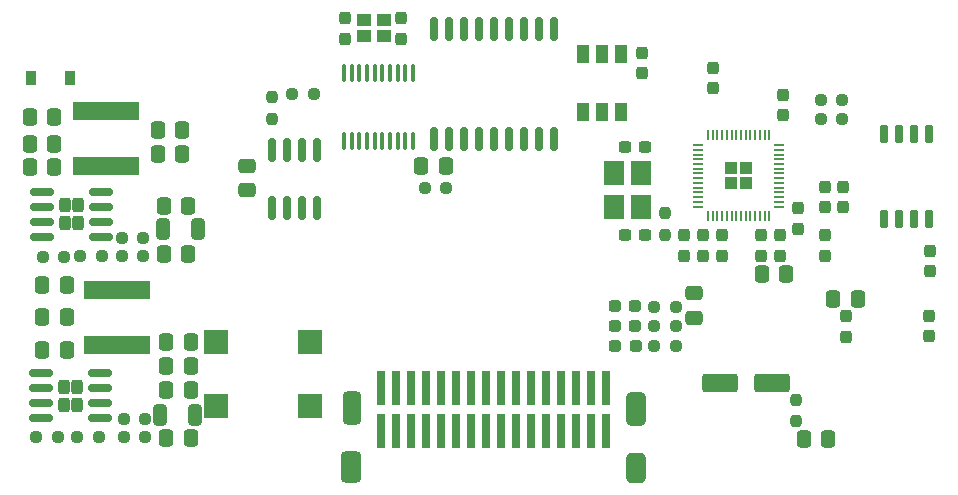
<source format=gbr>
%TF.GenerationSoftware,KiCad,Pcbnew,(6.0.2)*%
%TF.CreationDate,2022-04-26T10:25:04-06:00*%
%TF.ProjectId,CONEPROJ,434f4e45-5052-44f4-9a2e-6b696361645f,rev?*%
%TF.SameCoordinates,Original*%
%TF.FileFunction,Paste,Top*%
%TF.FilePolarity,Positive*%
%FSLAX46Y46*%
G04 Gerber Fmt 4.6, Leading zero omitted, Abs format (unit mm)*
G04 Created by KiCad (PCBNEW (6.0.2)) date 2022-04-26 10:25:04*
%MOMM*%
%LPD*%
G01*
G04 APERTURE LIST*
G04 Aperture macros list*
%AMRoundRect*
0 Rectangle with rounded corners*
0 $1 Rounding radius*
0 $2 $3 $4 $5 $6 $7 $8 $9 X,Y pos of 4 corners*
0 Add a 4 corners polygon primitive as box body*
4,1,4,$2,$3,$4,$5,$6,$7,$8,$9,$2,$3,0*
0 Add four circle primitives for the rounded corners*
1,1,$1+$1,$2,$3*
1,1,$1+$1,$4,$5*
1,1,$1+$1,$6,$7*
1,1,$1+$1,$8,$9*
0 Add four rect primitives between the rounded corners*
20,1,$1+$1,$2,$3,$4,$5,0*
20,1,$1+$1,$4,$5,$6,$7,0*
20,1,$1+$1,$6,$7,$8,$9,0*
20,1,$1+$1,$8,$9,$2,$3,0*%
G04 Aperture macros list end*
%ADD10R,1.150000X1.000000*%
%ADD11RoundRect,0.237500X-0.250000X-0.237500X0.250000X-0.237500X0.250000X0.237500X-0.250000X0.237500X0*%
%ADD12RoundRect,0.150000X-0.150000X0.875000X-0.150000X-0.875000X0.150000X-0.875000X0.150000X0.875000X0*%
%ADD13RoundRect,0.100000X-0.100000X0.637500X-0.100000X-0.637500X0.100000X-0.637500X0.100000X0.637500X0*%
%ADD14RoundRect,0.250000X-0.337500X-0.475000X0.337500X-0.475000X0.337500X0.475000X-0.337500X0.475000X0*%
%ADD15R,5.700000X1.600000*%
%ADD16RoundRect,0.250000X-0.325000X-0.650000X0.325000X-0.650000X0.325000X0.650000X-0.325000X0.650000X0*%
%ADD17RoundRect,0.240000X-0.240000X-0.385000X0.240000X-0.385000X0.240000X0.385000X-0.240000X0.385000X0*%
%ADD18RoundRect,0.150000X-0.825000X-0.150000X0.825000X-0.150000X0.825000X0.150000X-0.825000X0.150000X0*%
%ADD19RoundRect,0.237500X-0.237500X0.300000X-0.237500X-0.300000X0.237500X-0.300000X0.237500X0.300000X0*%
%ADD20RoundRect,0.237500X0.237500X-0.300000X0.237500X0.300000X-0.237500X0.300000X-0.237500X-0.300000X0*%
%ADD21R,2.000000X2.000000*%
%ADD22RoundRect,0.150000X-0.150000X0.650000X-0.150000X-0.650000X0.150000X-0.650000X0.150000X0.650000X0*%
%ADD23RoundRect,0.250000X-0.475000X0.337500X-0.475000X-0.337500X0.475000X-0.337500X0.475000X0.337500X0*%
%ADD24RoundRect,0.237500X0.250000X0.237500X-0.250000X0.237500X-0.250000X-0.237500X0.250000X-0.237500X0*%
%ADD25RoundRect,0.250000X0.337500X0.475000X-0.337500X0.475000X-0.337500X-0.475000X0.337500X-0.475000X0*%
%ADD26RoundRect,0.237500X-0.237500X0.250000X-0.237500X-0.250000X0.237500X-0.250000X0.237500X0.250000X0*%
%ADD27R,0.750000X3.000000*%
%ADD28RoundRect,0.418770X-0.418770X1.006311X-0.418770X-1.006311X0.418770X-1.006311X0.418770X1.006311X0*%
%ADD29RoundRect,0.412540X-0.412540X0.887541X-0.412540X-0.887541X0.412540X-0.887541X0.412540X0.887541X0*%
%ADD30RoundRect,0.443770X-0.443770X0.893770X-0.443770X-0.893770X0.443770X-0.893770X0.443770X0.893770X0*%
%ADD31RoundRect,0.396885X-0.396885X1.015655X-0.396885X-1.015655X0.396885X-1.015655X0.396885X1.015655X0*%
%ADD32RoundRect,0.237500X0.237500X-0.250000X0.237500X0.250000X-0.237500X0.250000X-0.237500X-0.250000X0*%
%ADD33RoundRect,0.150000X0.150000X-0.825000X0.150000X0.825000X-0.150000X0.825000X-0.150000X-0.825000X0*%
%ADD34RoundRect,0.237500X-0.300000X-0.237500X0.300000X-0.237500X0.300000X0.237500X-0.300000X0.237500X0*%
%ADD35RoundRect,0.237500X0.287500X0.237500X-0.287500X0.237500X-0.287500X-0.237500X0.287500X-0.237500X0*%
%ADD36R,1.000000X1.500000*%
%ADD37RoundRect,0.250000X-0.292217X0.292217X-0.292217X-0.292217X0.292217X-0.292217X0.292217X0.292217X0*%
%ADD38RoundRect,0.050000X-0.050000X0.387500X-0.050000X-0.387500X0.050000X-0.387500X0.050000X0.387500X0*%
%ADD39RoundRect,0.050000X-0.387500X0.050000X-0.387500X-0.050000X0.387500X-0.050000X0.387500X0.050000X0*%
%ADD40RoundRect,0.250000X-1.250000X-0.550000X1.250000X-0.550000X1.250000X0.550000X-1.250000X0.550000X0*%
%ADD41R,0.900000X1.200000*%
%ADD42R,1.800000X2.100000*%
G04 APERTURE END LIST*
D10*
%TO.C,Y2*%
X56000000Y-52750000D03*
X57750000Y-52750000D03*
X57750000Y-51350000D03*
X56000000Y-51350000D03*
%TD*%
D11*
%TO.C,R10*%
X28827500Y-71400000D03*
X30652500Y-71400000D03*
%TD*%
D12*
%TO.C,U8*%
X72080000Y-52100000D03*
X70810000Y-52100000D03*
X69540000Y-52100000D03*
X68270000Y-52100000D03*
X67000000Y-52100000D03*
X65730000Y-52100000D03*
X64460000Y-52100000D03*
X63190000Y-52100000D03*
X61920000Y-52100000D03*
X61920000Y-61400000D03*
X63190000Y-61400000D03*
X64460000Y-61400000D03*
X65730000Y-61400000D03*
X67000000Y-61400000D03*
X68270000Y-61400000D03*
X69540000Y-61400000D03*
X70810000Y-61400000D03*
X72080000Y-61400000D03*
%TD*%
D13*
%TO.C,U5*%
X60175000Y-55887500D03*
X59525000Y-55887500D03*
X58875000Y-55887500D03*
X58225000Y-55887500D03*
X57575000Y-55887500D03*
X56925000Y-55887500D03*
X56275000Y-55887500D03*
X55625000Y-55887500D03*
X54975000Y-55887500D03*
X54325000Y-55887500D03*
X54325000Y-61612500D03*
X54975000Y-61612500D03*
X55625000Y-61612500D03*
X56275000Y-61612500D03*
X56925000Y-61612500D03*
X57575000Y-61612500D03*
X58225000Y-61612500D03*
X58875000Y-61612500D03*
X59525000Y-61612500D03*
X60175000Y-61612500D03*
%TD*%
D14*
%TO.C,C36*%
X39072500Y-67140000D03*
X41147500Y-67140000D03*
%TD*%
D15*
%TO.C,L2*%
X34200000Y-63745000D03*
X34200000Y-59045000D03*
%TD*%
D16*
%TO.C,C33*%
X38780000Y-84802500D03*
X41730000Y-84802500D03*
%TD*%
D17*
%TO.C,U6*%
X31740000Y-83920000D03*
X30600000Y-82420000D03*
X30600000Y-83920000D03*
X31740000Y-82420000D03*
D18*
X28695000Y-81265000D03*
X28695000Y-82535000D03*
X28695000Y-83805000D03*
X28695000Y-85075000D03*
X33645000Y-85075000D03*
X33645000Y-83805000D03*
X33645000Y-82535000D03*
X33645000Y-81265000D03*
%TD*%
D19*
%TO.C,C15*%
X83125000Y-69587500D03*
X83125000Y-71312500D03*
%TD*%
D14*
%TO.C,C42*%
X38572500Y-62680000D03*
X40647500Y-62680000D03*
%TD*%
D20*
%TO.C,R7*%
X96800000Y-78162500D03*
X96800000Y-76437500D03*
%TD*%
%TO.C,C21*%
X59150000Y-52937500D03*
X59150000Y-51212500D03*
%TD*%
D21*
%TO.C,PAU301*%
X43500000Y-78595000D03*
X51500000Y-78595000D03*
%TD*%
D22*
%TO.C,U7*%
X103893687Y-60987273D03*
X102623687Y-60987273D03*
X101353687Y-60987273D03*
X100083687Y-60987273D03*
X100083687Y-68187273D03*
X101353687Y-68187273D03*
X102623687Y-68187273D03*
X103893687Y-68187273D03*
%TD*%
D23*
%TO.C,C11*%
X46150000Y-63712500D03*
X46150000Y-65787500D03*
%TD*%
D14*
%TO.C,C16*%
X60862500Y-63750000D03*
X62937500Y-63750000D03*
%TD*%
%TO.C,C38*%
X39072500Y-71140000D03*
X41147500Y-71140000D03*
%TD*%
D19*
%TO.C,C24*%
X86300000Y-69587500D03*
X86300000Y-71312500D03*
%TD*%
D24*
%TO.C,R19*%
X33822500Y-71370000D03*
X31997500Y-71370000D03*
%TD*%
D25*
%TO.C,C27*%
X95332500Y-86845000D03*
X93257500Y-86845000D03*
%TD*%
D26*
%TO.C,R5*%
X81550000Y-67712500D03*
X81550000Y-69537500D03*
%TD*%
D27*
%TO.C,J2*%
X76499838Y-86127500D03*
X76499838Y-82527500D03*
X75229838Y-86127500D03*
X75229838Y-82527500D03*
X73959838Y-86127500D03*
X73959838Y-82527500D03*
X72689838Y-86127500D03*
X72689838Y-82527500D03*
X71419838Y-86127500D03*
X71419838Y-82527500D03*
X70149838Y-86127500D03*
X70149838Y-82527500D03*
X68879838Y-86127500D03*
X68879838Y-82527500D03*
X67609838Y-86127500D03*
X67609838Y-82527500D03*
X66339838Y-86127500D03*
X66339838Y-82527500D03*
X65069838Y-86127500D03*
X65069838Y-82527500D03*
X63799838Y-86127500D03*
X63799838Y-82527500D03*
X62529838Y-86127500D03*
X62529838Y-82527500D03*
X61259838Y-86127500D03*
X61259838Y-82527500D03*
X59989838Y-86127500D03*
X59989838Y-82527500D03*
X58719838Y-86127500D03*
X58719838Y-82527500D03*
X57449838Y-86127500D03*
X57449838Y-82527500D03*
D28*
X79062378Y-84252581D03*
D29*
X79074838Y-89277419D03*
D30*
X54924838Y-89239959D03*
D31*
X55018608Y-84240040D03*
%TD*%
D19*
%TO.C,C18*%
X95050000Y-65487500D03*
X95050000Y-67212500D03*
%TD*%
D25*
%TO.C,C25*%
X29807500Y-61840000D03*
X27732500Y-61840000D03*
%TD*%
D32*
%TO.C,R9*%
X92580000Y-85342500D03*
X92580000Y-83517500D03*
%TD*%
D33*
%TO.C,U2*%
X48280000Y-67275000D03*
X49550000Y-67275000D03*
X50820000Y-67275000D03*
X52090000Y-67275000D03*
X52090000Y-62325000D03*
X50820000Y-62325000D03*
X49550000Y-62325000D03*
X48280000Y-62325000D03*
%TD*%
D19*
%TO.C,C9*%
X84750000Y-69587500D03*
X84750000Y-71312500D03*
%TD*%
D14*
%TO.C,C34*%
X27732500Y-63810000D03*
X29807500Y-63810000D03*
%TD*%
%TO.C,C30*%
X95767500Y-74985000D03*
X97842500Y-74985000D03*
%TD*%
D34*
%TO.C,C7*%
X78137500Y-62100000D03*
X79862500Y-62100000D03*
%TD*%
D16*
%TO.C,C32*%
X39045000Y-69060000D03*
X41995000Y-69060000D03*
%TD*%
D25*
%TO.C,C5*%
X30872499Y-73818041D03*
X28797499Y-73818041D03*
%TD*%
D11*
%TO.C,R22*%
X80597500Y-78940000D03*
X82422500Y-78940000D03*
%TD*%
D34*
%TO.C,C8*%
X78137500Y-69524999D03*
X79862500Y-69524999D03*
%TD*%
D25*
%TO.C,C26*%
X30872499Y-76539020D03*
X28797499Y-76539020D03*
%TD*%
D14*
%TO.C,C35*%
X28797499Y-79260000D03*
X30872499Y-79260000D03*
%TD*%
D19*
%TO.C,C14*%
X91225000Y-69587500D03*
X91225000Y-71312500D03*
%TD*%
D24*
%TO.C,R18*%
X37352500Y-71380001D03*
X35527500Y-71380001D03*
%TD*%
D19*
%TO.C,C10*%
X96600000Y-65487500D03*
X96600000Y-67212500D03*
%TD*%
D11*
%TO.C,R17*%
X35687500Y-85130000D03*
X37512500Y-85130000D03*
%TD*%
D32*
%TO.C,R15*%
X48235000Y-59712500D03*
X48235000Y-57887500D03*
%TD*%
D19*
%TO.C,C12*%
X92750000Y-67312500D03*
X92750000Y-69037500D03*
%TD*%
D21*
%TO.C,MOD301*%
X43500000Y-84075000D03*
X51500000Y-84075000D03*
%TD*%
D11*
%TO.C,R3*%
X94687500Y-58150000D03*
X96512500Y-58150000D03*
%TD*%
D19*
%TO.C,R6*%
X103850000Y-76412500D03*
X103850000Y-78137500D03*
%TD*%
D14*
%TO.C,C29*%
X89717500Y-72885000D03*
X91792500Y-72885000D03*
%TD*%
D35*
%TO.C,D302*%
X79000000Y-75610000D03*
X77250000Y-75610000D03*
%TD*%
D19*
%TO.C,C13*%
X89625000Y-69587500D03*
X89625000Y-71312500D03*
%TD*%
D36*
%TO.C,U9*%
X77775000Y-54225000D03*
X76175000Y-54225000D03*
X74575000Y-54225000D03*
X74575000Y-59125000D03*
X76175000Y-59125000D03*
X77775000Y-59125000D03*
%TD*%
D37*
%TO.C,U10*%
X88387500Y-65187500D03*
X88387500Y-63912500D03*
X87112500Y-65187500D03*
X87112500Y-63912500D03*
D38*
X90350000Y-61112500D03*
X89950000Y-61112500D03*
X89550000Y-61112500D03*
X89150000Y-61112500D03*
X88750000Y-61112500D03*
X88350000Y-61112500D03*
X87950000Y-61112500D03*
X87550000Y-61112500D03*
X87150000Y-61112500D03*
X86750000Y-61112500D03*
X86350000Y-61112500D03*
X85950000Y-61112500D03*
X85550000Y-61112500D03*
X85150000Y-61112500D03*
D39*
X84312500Y-61950000D03*
X84312500Y-62350000D03*
X84312500Y-62750000D03*
X84312500Y-63150000D03*
X84312500Y-63550000D03*
X84312500Y-63950000D03*
X84312500Y-64350000D03*
X84312500Y-64750000D03*
X84312500Y-65150000D03*
X84312500Y-65550000D03*
X84312500Y-65950000D03*
X84312500Y-66350000D03*
X84312500Y-66750000D03*
X84312500Y-67150000D03*
D38*
X85150000Y-67987500D03*
X85550000Y-67987500D03*
X85950000Y-67987500D03*
X86350000Y-67987500D03*
X86750000Y-67987500D03*
X87150000Y-67987500D03*
X87550000Y-67987500D03*
X87950000Y-67987500D03*
X88350000Y-67987500D03*
X88750000Y-67987500D03*
X89150000Y-67987500D03*
X89550000Y-67987500D03*
X89950000Y-67987500D03*
X90350000Y-67987500D03*
D39*
X91187500Y-67150000D03*
X91187500Y-66750000D03*
X91187500Y-66350000D03*
X91187500Y-65950000D03*
X91187500Y-65550000D03*
X91187500Y-65150000D03*
X91187500Y-64750000D03*
X91187500Y-64350000D03*
X91187500Y-63950000D03*
X91187500Y-63550000D03*
X91187500Y-63150000D03*
X91187500Y-62750000D03*
X91187500Y-62350000D03*
X91187500Y-61950000D03*
%TD*%
D15*
%TO.C,L3*%
X35155000Y-78905000D03*
X35155000Y-74205000D03*
%TD*%
D24*
%TO.C,R23*%
X33572500Y-86669999D03*
X31747500Y-86669999D03*
%TD*%
%TO.C,R104*%
X51797500Y-57600000D03*
X49972500Y-57600000D03*
%TD*%
D40*
%TO.C,C31*%
X86175000Y-82075000D03*
X90575000Y-82075000D03*
%TD*%
D14*
%TO.C,C41*%
X39292500Y-80627500D03*
X41367500Y-80627500D03*
%TD*%
D23*
%TO.C,C28*%
X83995000Y-74497500D03*
X83995000Y-76572500D03*
%TD*%
D14*
%TO.C,C40*%
X38572500Y-60640000D03*
X40647500Y-60640000D03*
%TD*%
D41*
%TO.C,D2*%
X27850001Y-56300000D03*
X31150001Y-56300000D03*
%TD*%
D19*
%TO.C,C23*%
X95025000Y-69587500D03*
X95025000Y-71312500D03*
%TD*%
D14*
%TO.C,C37*%
X39292500Y-82665000D03*
X41367500Y-82665000D03*
%TD*%
D35*
%TO.C,D301*%
X79027500Y-78930000D03*
X77277500Y-78930000D03*
%TD*%
D17*
%TO.C,U3*%
X31835000Y-67059999D03*
X30695000Y-67059999D03*
X30695000Y-68559999D03*
X31835000Y-68559999D03*
D18*
X28790000Y-65904999D03*
X28790000Y-67174999D03*
X28790000Y-68444999D03*
X28790000Y-69714999D03*
X33740000Y-69714999D03*
X33740000Y-68444999D03*
X33740000Y-67174999D03*
X33740000Y-65904999D03*
%TD*%
D19*
%TO.C,C4*%
X79575000Y-54162500D03*
X79575000Y-55887500D03*
%TD*%
%TO.C,C6*%
X103950000Y-70887500D03*
X103950000Y-72612500D03*
%TD*%
D25*
%TO.C,C3*%
X29807500Y-59575000D03*
X27732500Y-59575000D03*
%TD*%
D35*
%TO.C,D308*%
X79010000Y-77280000D03*
X77260000Y-77280000D03*
%TD*%
D14*
%TO.C,C43*%
X39292500Y-78590000D03*
X41367500Y-78590000D03*
%TD*%
D11*
%TO.C,R14*%
X35517500Y-69780000D03*
X37342500Y-69780000D03*
%TD*%
D24*
%TO.C,R20*%
X37512500Y-86680000D03*
X35687500Y-86680000D03*
%TD*%
D11*
%TO.C,R21*%
X80622500Y-75620000D03*
X82447500Y-75620000D03*
%TD*%
D20*
%TO.C,C17*%
X85600000Y-57151414D03*
X85600000Y-55426414D03*
%TD*%
D11*
%TO.C,R16*%
X61187500Y-65600000D03*
X63012500Y-65600000D03*
%TD*%
D20*
%TO.C,C19*%
X91490240Y-59426324D03*
X91490240Y-57701324D03*
%TD*%
D14*
%TO.C,C39*%
X39292500Y-86740000D03*
X41367500Y-86740000D03*
%TD*%
D11*
%TO.C,R13*%
X28287500Y-86690000D03*
X30112500Y-86690000D03*
%TD*%
D20*
%TO.C,C22*%
X54425000Y-52937500D03*
X54425000Y-51212500D03*
%TD*%
D11*
%TO.C,R91*%
X80592500Y-77270000D03*
X82417500Y-77270000D03*
%TD*%
D24*
%TO.C,R4*%
X96512500Y-59750000D03*
X94687500Y-59750000D03*
%TD*%
D42*
%TO.C,Y3*%
X79500000Y-67175000D03*
X79500000Y-64275000D03*
X77200000Y-64275000D03*
X77200000Y-67175000D03*
%TD*%
M02*

</source>
